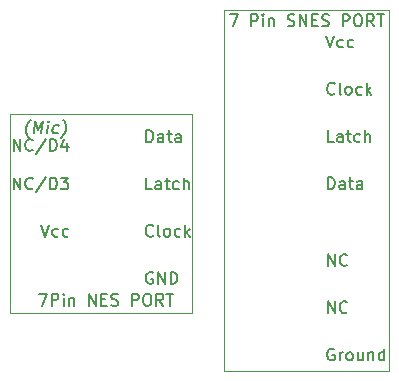
<source format=gto>
G04 #@! TF.GenerationSoftware,KiCad,Pcbnew,(5.1.5-0-10_14)*
G04 #@! TF.CreationDate,2020-11-03T15:19:22-05:00*
G04 #@! TF.ProjectId,FC_Rear_Port_2P,46435f52-6561-4725-9f50-6f72745f3250,rev?*
G04 #@! TF.SameCoordinates,Original*
G04 #@! TF.FileFunction,Legend,Top*
G04 #@! TF.FilePolarity,Positive*
%FSLAX46Y46*%
G04 Gerber Fmt 4.6, Leading zero omitted, Abs format (unit mm)*
G04 Created by KiCad (PCBNEW (5.1.5-0-10_14)) date 2020-11-03 15:19:22*
%MOMM*%
%LPD*%
G04 APERTURE LIST*
%ADD10C,0.120000*%
%ADD11C,0.150000*%
G04 APERTURE END LIST*
D10*
X157300000Y-86110000D02*
X141900000Y-86110000D01*
X141900000Y-86110000D02*
X141900000Y-102950000D01*
X141900000Y-102950000D02*
X157300000Y-102950000D01*
X157300000Y-102950000D02*
X157300000Y-86110000D01*
X159960000Y-77270000D02*
X173960000Y-77270000D01*
X173960000Y-77270000D02*
X173960000Y-107890000D01*
X173960000Y-107890000D02*
X159960000Y-107890000D01*
X159960000Y-107890000D02*
X159960000Y-77270000D01*
D11*
X153959404Y-99540000D02*
X153864166Y-99492380D01*
X153721309Y-99492380D01*
X153578452Y-99540000D01*
X153483214Y-99635238D01*
X153435595Y-99730476D01*
X153387976Y-99920952D01*
X153387976Y-100063809D01*
X153435595Y-100254285D01*
X153483214Y-100349523D01*
X153578452Y-100444761D01*
X153721309Y-100492380D01*
X153816547Y-100492380D01*
X153959404Y-100444761D01*
X154007023Y-100397142D01*
X154007023Y-100063809D01*
X153816547Y-100063809D01*
X154435595Y-100492380D02*
X154435595Y-99492380D01*
X155007023Y-100492380D01*
X155007023Y-99492380D01*
X155483214Y-100492380D02*
X155483214Y-99492380D01*
X155721309Y-99492380D01*
X155864166Y-99540000D01*
X155959404Y-99635238D01*
X156007023Y-99730476D01*
X156054642Y-99920952D01*
X156054642Y-100063809D01*
X156007023Y-100254285D01*
X155959404Y-100349523D01*
X155864166Y-100444761D01*
X155721309Y-100492380D01*
X155483214Y-100492380D01*
X154007023Y-96397142D02*
X153959404Y-96444761D01*
X153816547Y-96492380D01*
X153721309Y-96492380D01*
X153578452Y-96444761D01*
X153483214Y-96349523D01*
X153435595Y-96254285D01*
X153387976Y-96063809D01*
X153387976Y-95920952D01*
X153435595Y-95730476D01*
X153483214Y-95635238D01*
X153578452Y-95540000D01*
X153721309Y-95492380D01*
X153816547Y-95492380D01*
X153959404Y-95540000D01*
X154007023Y-95587619D01*
X154578452Y-96492380D02*
X154483214Y-96444761D01*
X154435595Y-96349523D01*
X154435595Y-95492380D01*
X155102261Y-96492380D02*
X155007023Y-96444761D01*
X154959404Y-96397142D01*
X154911785Y-96301904D01*
X154911785Y-96016190D01*
X154959404Y-95920952D01*
X155007023Y-95873333D01*
X155102261Y-95825714D01*
X155245119Y-95825714D01*
X155340357Y-95873333D01*
X155387976Y-95920952D01*
X155435595Y-96016190D01*
X155435595Y-96301904D01*
X155387976Y-96397142D01*
X155340357Y-96444761D01*
X155245119Y-96492380D01*
X155102261Y-96492380D01*
X156292738Y-96444761D02*
X156197500Y-96492380D01*
X156007023Y-96492380D01*
X155911785Y-96444761D01*
X155864166Y-96397142D01*
X155816547Y-96301904D01*
X155816547Y-96016190D01*
X155864166Y-95920952D01*
X155911785Y-95873333D01*
X156007023Y-95825714D01*
X156197500Y-95825714D01*
X156292738Y-95873333D01*
X156721309Y-96492380D02*
X156721309Y-95492380D01*
X156816547Y-96111428D02*
X157102261Y-96492380D01*
X157102261Y-95825714D02*
X156721309Y-96206666D01*
X153911785Y-92492380D02*
X153435595Y-92492380D01*
X153435595Y-91492380D01*
X154673690Y-92492380D02*
X154673690Y-91968571D01*
X154626071Y-91873333D01*
X154530833Y-91825714D01*
X154340357Y-91825714D01*
X154245119Y-91873333D01*
X154673690Y-92444761D02*
X154578452Y-92492380D01*
X154340357Y-92492380D01*
X154245119Y-92444761D01*
X154197500Y-92349523D01*
X154197500Y-92254285D01*
X154245119Y-92159047D01*
X154340357Y-92111428D01*
X154578452Y-92111428D01*
X154673690Y-92063809D01*
X155007023Y-91825714D02*
X155387976Y-91825714D01*
X155149880Y-91492380D02*
X155149880Y-92349523D01*
X155197500Y-92444761D01*
X155292738Y-92492380D01*
X155387976Y-92492380D01*
X156149880Y-92444761D02*
X156054642Y-92492380D01*
X155864166Y-92492380D01*
X155768928Y-92444761D01*
X155721309Y-92397142D01*
X155673690Y-92301904D01*
X155673690Y-92016190D01*
X155721309Y-91920952D01*
X155768928Y-91873333D01*
X155864166Y-91825714D01*
X156054642Y-91825714D01*
X156149880Y-91873333D01*
X156578452Y-92492380D02*
X156578452Y-91492380D01*
X157007023Y-92492380D02*
X157007023Y-91968571D01*
X156959404Y-91873333D01*
X156864166Y-91825714D01*
X156721309Y-91825714D01*
X156626071Y-91873333D01*
X156578452Y-91920952D01*
X153435595Y-88492380D02*
X153435595Y-87492380D01*
X153673690Y-87492380D01*
X153816547Y-87540000D01*
X153911785Y-87635238D01*
X153959404Y-87730476D01*
X154007023Y-87920952D01*
X154007023Y-88063809D01*
X153959404Y-88254285D01*
X153911785Y-88349523D01*
X153816547Y-88444761D01*
X153673690Y-88492380D01*
X153435595Y-88492380D01*
X154864166Y-88492380D02*
X154864166Y-87968571D01*
X154816547Y-87873333D01*
X154721309Y-87825714D01*
X154530833Y-87825714D01*
X154435595Y-87873333D01*
X154864166Y-88444761D02*
X154768928Y-88492380D01*
X154530833Y-88492380D01*
X154435595Y-88444761D01*
X154387976Y-88349523D01*
X154387976Y-88254285D01*
X154435595Y-88159047D01*
X154530833Y-88111428D01*
X154768928Y-88111428D01*
X154864166Y-88063809D01*
X155197500Y-87825714D02*
X155578452Y-87825714D01*
X155340357Y-87492380D02*
X155340357Y-88349523D01*
X155387976Y-88444761D01*
X155483214Y-88492380D01*
X155578452Y-88492380D01*
X156340357Y-88492380D02*
X156340357Y-87968571D01*
X156292738Y-87873333D01*
X156197500Y-87825714D01*
X156007023Y-87825714D01*
X155911785Y-87873333D01*
X156340357Y-88444761D02*
X156245119Y-88492380D01*
X156007023Y-88492380D01*
X155911785Y-88444761D01*
X155864166Y-88349523D01*
X155864166Y-88254285D01*
X155911785Y-88159047D01*
X156007023Y-88111428D01*
X156245119Y-88111428D01*
X156340357Y-88063809D01*
X144367142Y-101342380D02*
X145033809Y-101342380D01*
X144605238Y-102342380D01*
X145414761Y-102342380D02*
X145414761Y-101342380D01*
X145795714Y-101342380D01*
X145890952Y-101390000D01*
X145938571Y-101437619D01*
X145986190Y-101532857D01*
X145986190Y-101675714D01*
X145938571Y-101770952D01*
X145890952Y-101818571D01*
X145795714Y-101866190D01*
X145414761Y-101866190D01*
X146414761Y-102342380D02*
X146414761Y-101675714D01*
X146414761Y-101342380D02*
X146367142Y-101390000D01*
X146414761Y-101437619D01*
X146462380Y-101390000D01*
X146414761Y-101342380D01*
X146414761Y-101437619D01*
X146890952Y-101675714D02*
X146890952Y-102342380D01*
X146890952Y-101770952D02*
X146938571Y-101723333D01*
X147033809Y-101675714D01*
X147176666Y-101675714D01*
X147271904Y-101723333D01*
X147319523Y-101818571D01*
X147319523Y-102342380D01*
X148557619Y-102342380D02*
X148557619Y-101342380D01*
X149129047Y-102342380D01*
X149129047Y-101342380D01*
X149605238Y-101818571D02*
X149938571Y-101818571D01*
X150081428Y-102342380D02*
X149605238Y-102342380D01*
X149605238Y-101342380D01*
X150081428Y-101342380D01*
X150462380Y-102294761D02*
X150605238Y-102342380D01*
X150843333Y-102342380D01*
X150938571Y-102294761D01*
X150986190Y-102247142D01*
X151033809Y-102151904D01*
X151033809Y-102056666D01*
X150986190Y-101961428D01*
X150938571Y-101913809D01*
X150843333Y-101866190D01*
X150652857Y-101818571D01*
X150557619Y-101770952D01*
X150510000Y-101723333D01*
X150462380Y-101628095D01*
X150462380Y-101532857D01*
X150510000Y-101437619D01*
X150557619Y-101390000D01*
X150652857Y-101342380D01*
X150890952Y-101342380D01*
X151033809Y-101390000D01*
X152224285Y-102342380D02*
X152224285Y-101342380D01*
X152605238Y-101342380D01*
X152700476Y-101390000D01*
X152748095Y-101437619D01*
X152795714Y-101532857D01*
X152795714Y-101675714D01*
X152748095Y-101770952D01*
X152700476Y-101818571D01*
X152605238Y-101866190D01*
X152224285Y-101866190D01*
X153414761Y-101342380D02*
X153605238Y-101342380D01*
X153700476Y-101390000D01*
X153795714Y-101485238D01*
X153843333Y-101675714D01*
X153843333Y-102009047D01*
X153795714Y-102199523D01*
X153700476Y-102294761D01*
X153605238Y-102342380D01*
X153414761Y-102342380D01*
X153319523Y-102294761D01*
X153224285Y-102199523D01*
X153176666Y-102009047D01*
X153176666Y-101675714D01*
X153224285Y-101485238D01*
X153319523Y-101390000D01*
X153414761Y-101342380D01*
X154843333Y-102342380D02*
X154510000Y-101866190D01*
X154271904Y-102342380D02*
X154271904Y-101342380D01*
X154652857Y-101342380D01*
X154748095Y-101390000D01*
X154795714Y-101437619D01*
X154843333Y-101532857D01*
X154843333Y-101675714D01*
X154795714Y-101770952D01*
X154748095Y-101818571D01*
X154652857Y-101866190D01*
X154271904Y-101866190D01*
X155129047Y-101342380D02*
X155700476Y-101342380D01*
X155414761Y-102342380D02*
X155414761Y-101342380D01*
X142182976Y-89242380D02*
X142182976Y-88242380D01*
X142754404Y-89242380D01*
X142754404Y-88242380D01*
X143802023Y-89147142D02*
X143754404Y-89194761D01*
X143611547Y-89242380D01*
X143516309Y-89242380D01*
X143373452Y-89194761D01*
X143278214Y-89099523D01*
X143230595Y-89004285D01*
X143182976Y-88813809D01*
X143182976Y-88670952D01*
X143230595Y-88480476D01*
X143278214Y-88385238D01*
X143373452Y-88290000D01*
X143516309Y-88242380D01*
X143611547Y-88242380D01*
X143754404Y-88290000D01*
X143802023Y-88337619D01*
X144944880Y-88194761D02*
X144087738Y-89480476D01*
X145278214Y-89242380D02*
X145278214Y-88242380D01*
X145516309Y-88242380D01*
X145659166Y-88290000D01*
X145754404Y-88385238D01*
X145802023Y-88480476D01*
X145849642Y-88670952D01*
X145849642Y-88813809D01*
X145802023Y-89004285D01*
X145754404Y-89099523D01*
X145659166Y-89194761D01*
X145516309Y-89242380D01*
X145278214Y-89242380D01*
X146706785Y-88575714D02*
X146706785Y-89242380D01*
X146468690Y-88194761D02*
X146230595Y-88909047D01*
X146849642Y-88909047D01*
X142192976Y-92492380D02*
X142192976Y-91492380D01*
X142764404Y-92492380D01*
X142764404Y-91492380D01*
X143812023Y-92397142D02*
X143764404Y-92444761D01*
X143621547Y-92492380D01*
X143526309Y-92492380D01*
X143383452Y-92444761D01*
X143288214Y-92349523D01*
X143240595Y-92254285D01*
X143192976Y-92063809D01*
X143192976Y-91920952D01*
X143240595Y-91730476D01*
X143288214Y-91635238D01*
X143383452Y-91540000D01*
X143526309Y-91492380D01*
X143621547Y-91492380D01*
X143764404Y-91540000D01*
X143812023Y-91587619D01*
X144954880Y-91444761D02*
X144097738Y-92730476D01*
X145288214Y-92492380D02*
X145288214Y-91492380D01*
X145526309Y-91492380D01*
X145669166Y-91540000D01*
X145764404Y-91635238D01*
X145812023Y-91730476D01*
X145859642Y-91920952D01*
X145859642Y-92063809D01*
X145812023Y-92254285D01*
X145764404Y-92349523D01*
X145669166Y-92444761D01*
X145526309Y-92492380D01*
X145288214Y-92492380D01*
X146192976Y-91492380D02*
X146812023Y-91492380D01*
X146478690Y-91873333D01*
X146621547Y-91873333D01*
X146716785Y-91920952D01*
X146764404Y-91968571D01*
X146812023Y-92063809D01*
X146812023Y-92301904D01*
X146764404Y-92397142D01*
X146716785Y-92444761D01*
X146621547Y-92492380D01*
X146335833Y-92492380D01*
X146240595Y-92444761D01*
X146192976Y-92397142D01*
X144526309Y-95492380D02*
X144859642Y-96492380D01*
X145192976Y-95492380D01*
X145954880Y-96444761D02*
X145859642Y-96492380D01*
X145669166Y-96492380D01*
X145573928Y-96444761D01*
X145526309Y-96397142D01*
X145478690Y-96301904D01*
X145478690Y-96016190D01*
X145526309Y-95920952D01*
X145573928Y-95873333D01*
X145669166Y-95825714D01*
X145859642Y-95825714D01*
X145954880Y-95873333D01*
X146812023Y-96444761D02*
X146716785Y-96492380D01*
X146526309Y-96492380D01*
X146431071Y-96444761D01*
X146383452Y-96397142D01*
X146335833Y-96301904D01*
X146335833Y-96016190D01*
X146383452Y-95920952D01*
X146431071Y-95873333D01*
X146526309Y-95825714D01*
X146716785Y-95825714D01*
X146812023Y-95873333D01*
X143453244Y-88113333D02*
X143411577Y-88065714D01*
X143334196Y-87922857D01*
X143298482Y-87827619D01*
X143268720Y-87684761D01*
X143250863Y-87446666D01*
X143274672Y-87256190D01*
X143352053Y-87018095D01*
X143417529Y-86875238D01*
X143477053Y-86780000D01*
X143590148Y-86637142D01*
X143643720Y-86589523D01*
X143881815Y-87732380D02*
X144006815Y-86732380D01*
X144250863Y-87446666D01*
X144673482Y-86732380D01*
X144548482Y-87732380D01*
X145024672Y-87732380D02*
X145108005Y-87065714D01*
X145149672Y-86732380D02*
X145096101Y-86780000D01*
X145137767Y-86827619D01*
X145191339Y-86780000D01*
X145149672Y-86732380D01*
X145137767Y-86827619D01*
X145935386Y-87684761D02*
X145834196Y-87732380D01*
X145643720Y-87732380D01*
X145554434Y-87684761D01*
X145512767Y-87637142D01*
X145477053Y-87541904D01*
X145512767Y-87256190D01*
X145572291Y-87160952D01*
X145625863Y-87113333D01*
X145727053Y-87065714D01*
X145917529Y-87065714D01*
X146006815Y-87113333D01*
X146215148Y-88113333D02*
X146268720Y-88065714D01*
X146381815Y-87922857D01*
X146441339Y-87827619D01*
X146506815Y-87684761D01*
X146584196Y-87446666D01*
X146608005Y-87256190D01*
X146590148Y-87018095D01*
X146560386Y-86875238D01*
X146524672Y-86780000D01*
X146447291Y-86637142D01*
X146405625Y-86589523D01*
X168652738Y-79472380D02*
X168986071Y-80472380D01*
X169319404Y-79472380D01*
X170081309Y-80424761D02*
X169986071Y-80472380D01*
X169795595Y-80472380D01*
X169700357Y-80424761D01*
X169652738Y-80377142D01*
X169605119Y-80281904D01*
X169605119Y-79996190D01*
X169652738Y-79900952D01*
X169700357Y-79853333D01*
X169795595Y-79805714D01*
X169986071Y-79805714D01*
X170081309Y-79853333D01*
X170938452Y-80424761D02*
X170843214Y-80472380D01*
X170652738Y-80472380D01*
X170557500Y-80424761D01*
X170509880Y-80377142D01*
X170462261Y-80281904D01*
X170462261Y-79996190D01*
X170509880Y-79900952D01*
X170557500Y-79853333D01*
X170652738Y-79805714D01*
X170843214Y-79805714D01*
X170938452Y-79853333D01*
X169367023Y-84377142D02*
X169319404Y-84424761D01*
X169176547Y-84472380D01*
X169081309Y-84472380D01*
X168938452Y-84424761D01*
X168843214Y-84329523D01*
X168795595Y-84234285D01*
X168747976Y-84043809D01*
X168747976Y-83900952D01*
X168795595Y-83710476D01*
X168843214Y-83615238D01*
X168938452Y-83520000D01*
X169081309Y-83472380D01*
X169176547Y-83472380D01*
X169319404Y-83520000D01*
X169367023Y-83567619D01*
X169938452Y-84472380D02*
X169843214Y-84424761D01*
X169795595Y-84329523D01*
X169795595Y-83472380D01*
X170462261Y-84472380D02*
X170367023Y-84424761D01*
X170319404Y-84377142D01*
X170271785Y-84281904D01*
X170271785Y-83996190D01*
X170319404Y-83900952D01*
X170367023Y-83853333D01*
X170462261Y-83805714D01*
X170605119Y-83805714D01*
X170700357Y-83853333D01*
X170747976Y-83900952D01*
X170795595Y-83996190D01*
X170795595Y-84281904D01*
X170747976Y-84377142D01*
X170700357Y-84424761D01*
X170605119Y-84472380D01*
X170462261Y-84472380D01*
X171652738Y-84424761D02*
X171557500Y-84472380D01*
X171367023Y-84472380D01*
X171271785Y-84424761D01*
X171224166Y-84377142D01*
X171176547Y-84281904D01*
X171176547Y-83996190D01*
X171224166Y-83900952D01*
X171271785Y-83853333D01*
X171367023Y-83805714D01*
X171557500Y-83805714D01*
X171652738Y-83853333D01*
X172081309Y-84472380D02*
X172081309Y-83472380D01*
X172176547Y-84091428D02*
X172462261Y-84472380D01*
X172462261Y-83805714D02*
X172081309Y-84186666D01*
X169271785Y-88472380D02*
X168795595Y-88472380D01*
X168795595Y-87472380D01*
X170033690Y-88472380D02*
X170033690Y-87948571D01*
X169986071Y-87853333D01*
X169890833Y-87805714D01*
X169700357Y-87805714D01*
X169605119Y-87853333D01*
X170033690Y-88424761D02*
X169938452Y-88472380D01*
X169700357Y-88472380D01*
X169605119Y-88424761D01*
X169557500Y-88329523D01*
X169557500Y-88234285D01*
X169605119Y-88139047D01*
X169700357Y-88091428D01*
X169938452Y-88091428D01*
X170033690Y-88043809D01*
X170367023Y-87805714D02*
X170747976Y-87805714D01*
X170509880Y-87472380D02*
X170509880Y-88329523D01*
X170557500Y-88424761D01*
X170652738Y-88472380D01*
X170747976Y-88472380D01*
X171509880Y-88424761D02*
X171414642Y-88472380D01*
X171224166Y-88472380D01*
X171128928Y-88424761D01*
X171081309Y-88377142D01*
X171033690Y-88281904D01*
X171033690Y-87996190D01*
X171081309Y-87900952D01*
X171128928Y-87853333D01*
X171224166Y-87805714D01*
X171414642Y-87805714D01*
X171509880Y-87853333D01*
X171938452Y-88472380D02*
X171938452Y-87472380D01*
X172367023Y-88472380D02*
X172367023Y-87948571D01*
X172319404Y-87853333D01*
X172224166Y-87805714D01*
X172081309Y-87805714D01*
X171986071Y-87853333D01*
X171938452Y-87900952D01*
X168795595Y-92472380D02*
X168795595Y-91472380D01*
X169033690Y-91472380D01*
X169176547Y-91520000D01*
X169271785Y-91615238D01*
X169319404Y-91710476D01*
X169367023Y-91900952D01*
X169367023Y-92043809D01*
X169319404Y-92234285D01*
X169271785Y-92329523D01*
X169176547Y-92424761D01*
X169033690Y-92472380D01*
X168795595Y-92472380D01*
X170224166Y-92472380D02*
X170224166Y-91948571D01*
X170176547Y-91853333D01*
X170081309Y-91805714D01*
X169890833Y-91805714D01*
X169795595Y-91853333D01*
X170224166Y-92424761D02*
X170128928Y-92472380D01*
X169890833Y-92472380D01*
X169795595Y-92424761D01*
X169747976Y-92329523D01*
X169747976Y-92234285D01*
X169795595Y-92139047D01*
X169890833Y-92091428D01*
X170128928Y-92091428D01*
X170224166Y-92043809D01*
X170557500Y-91805714D02*
X170938452Y-91805714D01*
X170700357Y-91472380D02*
X170700357Y-92329523D01*
X170747976Y-92424761D01*
X170843214Y-92472380D01*
X170938452Y-92472380D01*
X171700357Y-92472380D02*
X171700357Y-91948571D01*
X171652738Y-91853333D01*
X171557500Y-91805714D01*
X171367023Y-91805714D01*
X171271785Y-91853333D01*
X171700357Y-92424761D02*
X171605119Y-92472380D01*
X171367023Y-92472380D01*
X171271785Y-92424761D01*
X171224166Y-92329523D01*
X171224166Y-92234285D01*
X171271785Y-92139047D01*
X171367023Y-92091428D01*
X171605119Y-92091428D01*
X171700357Y-92043809D01*
X168795595Y-98972380D02*
X168795595Y-97972380D01*
X169367023Y-98972380D01*
X169367023Y-97972380D01*
X170414642Y-98877142D02*
X170367023Y-98924761D01*
X170224166Y-98972380D01*
X170128928Y-98972380D01*
X169986071Y-98924761D01*
X169890833Y-98829523D01*
X169843214Y-98734285D01*
X169795595Y-98543809D01*
X169795595Y-98400952D01*
X169843214Y-98210476D01*
X169890833Y-98115238D01*
X169986071Y-98020000D01*
X170128928Y-97972380D01*
X170224166Y-97972380D01*
X170367023Y-98020000D01*
X170414642Y-98067619D01*
X168795595Y-102972380D02*
X168795595Y-101972380D01*
X169367023Y-102972380D01*
X169367023Y-101972380D01*
X170414642Y-102877142D02*
X170367023Y-102924761D01*
X170224166Y-102972380D01*
X170128928Y-102972380D01*
X169986071Y-102924761D01*
X169890833Y-102829523D01*
X169843214Y-102734285D01*
X169795595Y-102543809D01*
X169795595Y-102400952D01*
X169843214Y-102210476D01*
X169890833Y-102115238D01*
X169986071Y-102020000D01*
X170128928Y-101972380D01*
X170224166Y-101972380D01*
X170367023Y-102020000D01*
X170414642Y-102067619D01*
X169319404Y-106020000D02*
X169224166Y-105972380D01*
X169081309Y-105972380D01*
X168938452Y-106020000D01*
X168843214Y-106115238D01*
X168795595Y-106210476D01*
X168747976Y-106400952D01*
X168747976Y-106543809D01*
X168795595Y-106734285D01*
X168843214Y-106829523D01*
X168938452Y-106924761D01*
X169081309Y-106972380D01*
X169176547Y-106972380D01*
X169319404Y-106924761D01*
X169367023Y-106877142D01*
X169367023Y-106543809D01*
X169176547Y-106543809D01*
X169795595Y-106972380D02*
X169795595Y-106305714D01*
X169795595Y-106496190D02*
X169843214Y-106400952D01*
X169890833Y-106353333D01*
X169986071Y-106305714D01*
X170081309Y-106305714D01*
X170557500Y-106972380D02*
X170462261Y-106924761D01*
X170414642Y-106877142D01*
X170367023Y-106781904D01*
X170367023Y-106496190D01*
X170414642Y-106400952D01*
X170462261Y-106353333D01*
X170557500Y-106305714D01*
X170700357Y-106305714D01*
X170795595Y-106353333D01*
X170843214Y-106400952D01*
X170890833Y-106496190D01*
X170890833Y-106781904D01*
X170843214Y-106877142D01*
X170795595Y-106924761D01*
X170700357Y-106972380D01*
X170557500Y-106972380D01*
X171747976Y-106305714D02*
X171747976Y-106972380D01*
X171319404Y-106305714D02*
X171319404Y-106829523D01*
X171367023Y-106924761D01*
X171462261Y-106972380D01*
X171605119Y-106972380D01*
X171700357Y-106924761D01*
X171747976Y-106877142D01*
X172224166Y-106305714D02*
X172224166Y-106972380D01*
X172224166Y-106400952D02*
X172271785Y-106353333D01*
X172367023Y-106305714D01*
X172509880Y-106305714D01*
X172605119Y-106353333D01*
X172652738Y-106448571D01*
X172652738Y-106972380D01*
X173557500Y-106972380D02*
X173557500Y-105972380D01*
X173557500Y-106924761D02*
X173462261Y-106972380D01*
X173271785Y-106972380D01*
X173176547Y-106924761D01*
X173128928Y-106877142D01*
X173081309Y-106781904D01*
X173081309Y-106496190D01*
X173128928Y-106400952D01*
X173176547Y-106353333D01*
X173271785Y-106305714D01*
X173462261Y-106305714D01*
X173557500Y-106353333D01*
X160490000Y-77682380D02*
X161156666Y-77682380D01*
X160728095Y-78682380D01*
X162299523Y-78682380D02*
X162299523Y-77682380D01*
X162680476Y-77682380D01*
X162775714Y-77730000D01*
X162823333Y-77777619D01*
X162870952Y-77872857D01*
X162870952Y-78015714D01*
X162823333Y-78110952D01*
X162775714Y-78158571D01*
X162680476Y-78206190D01*
X162299523Y-78206190D01*
X163299523Y-78682380D02*
X163299523Y-78015714D01*
X163299523Y-77682380D02*
X163251904Y-77730000D01*
X163299523Y-77777619D01*
X163347142Y-77730000D01*
X163299523Y-77682380D01*
X163299523Y-77777619D01*
X163775714Y-78015714D02*
X163775714Y-78682380D01*
X163775714Y-78110952D02*
X163823333Y-78063333D01*
X163918571Y-78015714D01*
X164061428Y-78015714D01*
X164156666Y-78063333D01*
X164204285Y-78158571D01*
X164204285Y-78682380D01*
X165394761Y-78634761D02*
X165537619Y-78682380D01*
X165775714Y-78682380D01*
X165870952Y-78634761D01*
X165918571Y-78587142D01*
X165966190Y-78491904D01*
X165966190Y-78396666D01*
X165918571Y-78301428D01*
X165870952Y-78253809D01*
X165775714Y-78206190D01*
X165585238Y-78158571D01*
X165490000Y-78110952D01*
X165442380Y-78063333D01*
X165394761Y-77968095D01*
X165394761Y-77872857D01*
X165442380Y-77777619D01*
X165490000Y-77730000D01*
X165585238Y-77682380D01*
X165823333Y-77682380D01*
X165966190Y-77730000D01*
X166394761Y-78682380D02*
X166394761Y-77682380D01*
X166966190Y-78682380D01*
X166966190Y-77682380D01*
X167442380Y-78158571D02*
X167775714Y-78158571D01*
X167918571Y-78682380D02*
X167442380Y-78682380D01*
X167442380Y-77682380D01*
X167918571Y-77682380D01*
X168299523Y-78634761D02*
X168442380Y-78682380D01*
X168680476Y-78682380D01*
X168775714Y-78634761D01*
X168823333Y-78587142D01*
X168870952Y-78491904D01*
X168870952Y-78396666D01*
X168823333Y-78301428D01*
X168775714Y-78253809D01*
X168680476Y-78206190D01*
X168490000Y-78158571D01*
X168394761Y-78110952D01*
X168347142Y-78063333D01*
X168299523Y-77968095D01*
X168299523Y-77872857D01*
X168347142Y-77777619D01*
X168394761Y-77730000D01*
X168490000Y-77682380D01*
X168728095Y-77682380D01*
X168870952Y-77730000D01*
X170061428Y-78682380D02*
X170061428Y-77682380D01*
X170442380Y-77682380D01*
X170537619Y-77730000D01*
X170585238Y-77777619D01*
X170632857Y-77872857D01*
X170632857Y-78015714D01*
X170585238Y-78110952D01*
X170537619Y-78158571D01*
X170442380Y-78206190D01*
X170061428Y-78206190D01*
X171251904Y-77682380D02*
X171442380Y-77682380D01*
X171537619Y-77730000D01*
X171632857Y-77825238D01*
X171680476Y-78015714D01*
X171680476Y-78349047D01*
X171632857Y-78539523D01*
X171537619Y-78634761D01*
X171442380Y-78682380D01*
X171251904Y-78682380D01*
X171156666Y-78634761D01*
X171061428Y-78539523D01*
X171013809Y-78349047D01*
X171013809Y-78015714D01*
X171061428Y-77825238D01*
X171156666Y-77730000D01*
X171251904Y-77682380D01*
X172680476Y-78682380D02*
X172347142Y-78206190D01*
X172109047Y-78682380D02*
X172109047Y-77682380D01*
X172490000Y-77682380D01*
X172585238Y-77730000D01*
X172632857Y-77777619D01*
X172680476Y-77872857D01*
X172680476Y-78015714D01*
X172632857Y-78110952D01*
X172585238Y-78158571D01*
X172490000Y-78206190D01*
X172109047Y-78206190D01*
X172966190Y-77682380D02*
X173537619Y-77682380D01*
X173251904Y-78682380D02*
X173251904Y-77682380D01*
M02*

</source>
